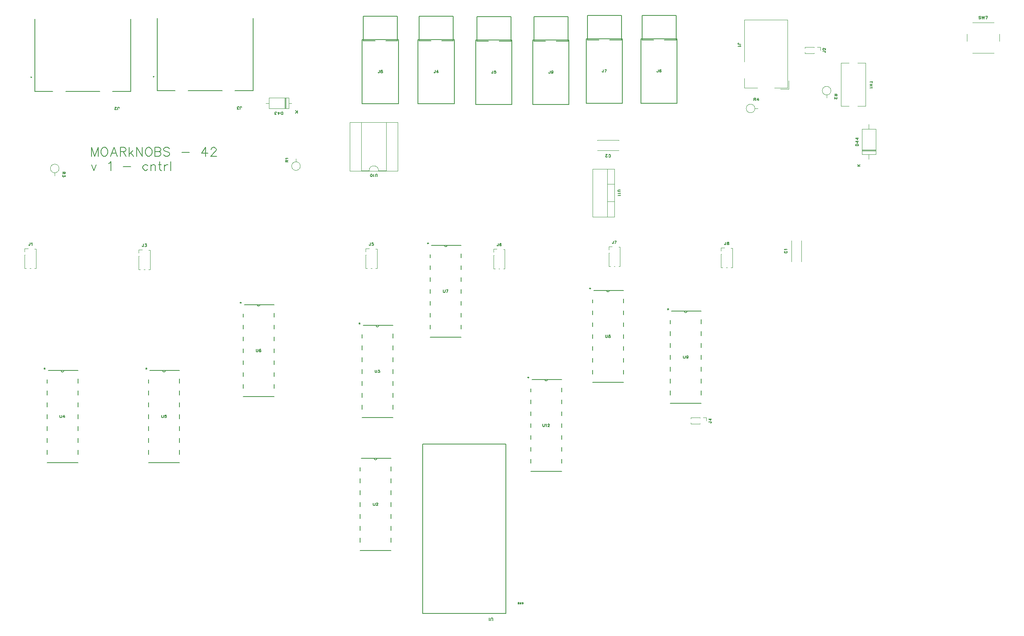
<source format=gto>
G04 Layer: TopSilkscreenLayer*
G04 EasyEDA Pro v2.2.35.2, 2025-01-29 23:55:14*
G04 Gerber Generator version 0.3*
G04 Scale: 100 percent, Rotated: No, Reflected: No*
G04 Dimensions in millimeters*
G04 Leading zeros omitted, absolute positions, 4 integers and 5 decimals*
%FSLAX45Y45*%
%MOMM*%
%ADD10C,0.2032*%
%ADD11C,0.15*%
%ADD12C,0.12*%
%ADD13C,0.1524*%
%ADD14C,0.127*%
%ADD15C,0.2021*%
%ADD16C,0.2*%
G75*


G04 Text Start*
G54D10*
G01X1635760Y-2839720D02*
G01X1635760Y-3026410D01*
G01X1635760Y-2839720D02*
G01X1706880Y-3026410D01*
G01X1778000Y-2839720D02*
G01X1706880Y-3026410D01*
G01X1778000Y-2839720D02*
G01X1778000Y-3026410D01*
G01X1894332Y-2839720D02*
G01X1876552Y-2848610D01*
G01X1858772Y-2866390D01*
G01X1849882Y-2884170D01*
G01X1840992Y-2910840D01*
G01X1840992Y-2955290D01*
G01X1849882Y-2981960D01*
G01X1858772Y-2999740D01*
G01X1876552Y-3017520D01*
G01X1894332Y-3026410D01*
G01X1929892Y-3026410D01*
G01X1947672Y-3017520D01*
G01X1965452Y-2999740D01*
G01X1974342Y-2981960D01*
G01X1983232Y-2955290D01*
G01X1983232Y-2910840D01*
G01X1974342Y-2884170D01*
G01X1965452Y-2866390D01*
G01X1947672Y-2848610D01*
G01X1929892Y-2839720D01*
G01X1894332Y-2839720D01*
G01X2117344Y-2839720D02*
G01X2046224Y-3026410D01*
G01X2117344Y-2839720D02*
G01X2188464Y-3026410D01*
G01X2072894Y-2964180D02*
G01X2161794Y-2964180D01*
G01X2251456Y-2839720D02*
G01X2251456Y-3026410D01*
G01X2251456Y-2839720D02*
G01X2331466Y-2839720D01*
G01X2358136Y-2848610D01*
G01X2367026Y-2857500D01*
G01X2375916Y-2875280D01*
G01X2375916Y-2893060D01*
G01X2367026Y-2910840D01*
G01X2358136Y-2919730D01*
G01X2331466Y-2928620D01*
G01X2251456Y-2928620D01*
G01X2313686Y-2928620D02*
G01X2375916Y-3026410D01*
G01X2438908Y-2839720D02*
G01X2438908Y-3026410D01*
G01X2527808Y-2901950D02*
G01X2438908Y-2990850D01*
G01X2474468Y-2955290D02*
G01X2536698Y-3026410D01*
G01X2599690Y-2839720D02*
G01X2599690Y-3026410D01*
G01X2599690Y-2839720D02*
G01X2724150Y-3026410D01*
G01X2724150Y-2839720D02*
G01X2724150Y-3026410D01*
G01X2840482Y-2839720D02*
G01X2822702Y-2848610D01*
G01X2804922Y-2866390D01*
G01X2796032Y-2884170D01*
G01X2787142Y-2910840D01*
G01X2787142Y-2955290D01*
G01X2796032Y-2981960D01*
G01X2804922Y-2999740D01*
G01X2822702Y-3017520D01*
G01X2840482Y-3026410D01*
G01X2876042Y-3026410D01*
G01X2893822Y-3017520D01*
G01X2911602Y-2999740D01*
G01X2920492Y-2981960D01*
G01X2929382Y-2955290D01*
G01X2929382Y-2910840D01*
G01X2920492Y-2884170D01*
G01X2911602Y-2866390D01*
G01X2893822Y-2848610D01*
G01X2876042Y-2839720D01*
G01X2840482Y-2839720D01*
G01X2992374Y-2839720D02*
G01X2992374Y-3026410D01*
G01X2992374Y-2839720D02*
G01X3072384Y-2839720D01*
G01X3099054Y-2848610D01*
G01X3107944Y-2857500D01*
G01X3116834Y-2875280D01*
G01X3116834Y-2893060D01*
G01X3107944Y-2910840D01*
G01X3099054Y-2919730D01*
G01X3072384Y-2928620D01*
G01X2992374Y-2928620D02*
G01X3072384Y-2928620D01*
G01X3099054Y-2937510D01*
G01X3107944Y-2946400D01*
G01X3116834Y-2964180D01*
G01X3116834Y-2990850D01*
G01X3107944Y-3008630D01*
G01X3099054Y-3017520D01*
G01X3072384Y-3026410D01*
G01X2992374Y-3026410D01*
G01X3304286Y-2866390D02*
G01X3286506Y-2848610D01*
G01X3259836Y-2839720D01*
G01X3224276Y-2839720D01*
G01X3197606Y-2848610D01*
G01X3179826Y-2866390D01*
G01X3179826Y-2884170D01*
G01X3188716Y-2901950D01*
G01X3197606Y-2910840D01*
G01X3215386Y-2919730D01*
G01X3268726Y-2937510D01*
G01X3286506Y-2946400D01*
G01X3295396Y-2955290D01*
G01X3304286Y-2973070D01*
G01X3304286Y-2999740D01*
G01X3286506Y-3017520D01*
G01X3259836Y-3026410D01*
G01X3224276Y-3026410D01*
G01X3197606Y-3017520D01*
G01X3179826Y-2999740D01*
G01X3566414Y-2946400D02*
G01X3726434Y-2946400D01*
G01X4077462Y-2839720D02*
G01X3988562Y-2964180D01*
G01X4121912Y-2964180D01*
G01X4077462Y-2839720D02*
G01X4077462Y-3026410D01*
G01X4193794Y-2884170D02*
G01X4193794Y-2875280D01*
G01X4202684Y-2857500D01*
G01X4211574Y-2848610D01*
G01X4229354Y-2839720D01*
G01X4264914Y-2839720D01*
G01X4282694Y-2848610D01*
G01X4291584Y-2857500D01*
G01X4300474Y-2875280D01*
G01X4300474Y-2893060D01*
G01X4291584Y-2910840D01*
G01X4273804Y-2937510D01*
G01X4184904Y-3026410D01*
G01X4309364Y-3026410D01*
G01X1635760Y-3206750D02*
G01X1689100Y-3331210D01*
G01X1742440Y-3206750D02*
G01X1689100Y-3331210D01*
G01X2004568Y-3180080D02*
G01X2022348Y-3171190D01*
G01X2049018Y-3144520D01*
G01X2049018Y-3331210D01*
G01X2311146Y-3251200D02*
G01X2471166Y-3251200D01*
G01X2839974Y-3233420D02*
G01X2822194Y-3215640D01*
G01X2804414Y-3206750D01*
G01X2777744Y-3206750D01*
G01X2759964Y-3215640D01*
G01X2742184Y-3233420D01*
G01X2733294Y-3260090D01*
G01X2733294Y-3277870D01*
G01X2742184Y-3304540D01*
G01X2759964Y-3322320D01*
G01X2777744Y-3331210D01*
G01X2804414Y-3331210D01*
G01X2822194Y-3322320D01*
G01X2839974Y-3304540D01*
G01X2902966Y-3206750D02*
G01X2902966Y-3331210D01*
G01X2902966Y-3242310D02*
G01X2929636Y-3215640D01*
G01X2947416Y-3206750D01*
G01X2974086Y-3206750D01*
G01X2991866Y-3215640D01*
G01X3000756Y-3242310D01*
G01X3000756Y-3331210D01*
G01X3090418Y-3144520D02*
G01X3090418Y-3295650D01*
G01X3099308Y-3322320D01*
G01X3117088Y-3331210D01*
G01X3134868Y-3331210D01*
G01X3063748Y-3206750D02*
G01X3125978Y-3206750D01*
G01X3197860Y-3206750D02*
G01X3197860Y-3331210D01*
G01X3197860Y-3260090D02*
G01X3206750Y-3233420D01*
G01X3224530Y-3215640D01*
G01X3242310Y-3206750D01*
G01X3268980Y-3206750D01*
G01X3331972Y-3144520D02*
G01X3331972Y-3331210D01*
G54D11*
G01X20641504Y-42786D02*
G01X20636170Y-37452D01*
G01X20628296Y-34912D01*
G01X20617628Y-34912D01*
G01X20609500Y-37452D01*
G01X20604420Y-42786D01*
G01X20604420Y-48120D01*
G01X20606960Y-53454D01*
G01X20609500Y-55994D01*
G01X20614834Y-58788D01*
G01X20630836Y-64122D01*
G01X20636170Y-66662D01*
G01X20638710Y-69456D01*
G01X20641504Y-74790D01*
G01X20641504Y-82664D01*
G01X20636170Y-87998D01*
G01X20628296Y-90538D01*
G01X20617628Y-90538D01*
G01X20609500Y-87998D01*
G01X20604420Y-82664D01*
G01X20669190Y-34912D02*
G01X20682652Y-90538D01*
G01X20695860Y-34912D02*
G01X20682652Y-90538D01*
G01X20695860Y-34912D02*
G01X20709068Y-90538D01*
G01X20722276Y-34912D02*
G01X20709068Y-90538D01*
G01X20787300Y-34912D02*
G01X20760630Y-90538D01*
G01X20749962Y-34912D02*
G01X20787300Y-34912D01*
G01X10216956Y-1200112D02*
G01X10216956Y-1242530D01*
G01X10214416Y-1250404D01*
G01X10211622Y-1253198D01*
G01X10206288Y-1255738D01*
G01X10200954Y-1255738D01*
G01X10195620Y-1253198D01*
G01X10193080Y-1250404D01*
G01X10190540Y-1242530D01*
G01X10190540Y-1237196D01*
G01X10276646Y-1200112D02*
G01X10249976Y-1200112D01*
G01X10247436Y-1223988D01*
G01X10249976Y-1221194D01*
G01X10258104Y-1218654D01*
G01X10265978Y-1218654D01*
G01X10273852Y-1221194D01*
G01X10279186Y-1226528D01*
G01X10281980Y-1234656D01*
G01X10281980Y-1239990D01*
G01X10279186Y-1247864D01*
G01X10273852Y-1253198D01*
G01X10265978Y-1255738D01*
G01X10258104Y-1255738D01*
G01X10249976Y-1253198D01*
G01X10247436Y-1250404D01*
G01X10244642Y-1245070D01*
G01X7657906Y-10445712D02*
G01X7657906Y-10485590D01*
G01X7660446Y-10493464D01*
G01X7665780Y-10498798D01*
G01X7673654Y-10501338D01*
G01X7678988Y-10501338D01*
G01X7687116Y-10498798D01*
G01X7692196Y-10493464D01*
G01X7694990Y-10485590D01*
G01X7694990Y-10445712D01*
G01X7725470Y-10458920D02*
G01X7725470Y-10456126D01*
G01X7728010Y-10451046D01*
G01X7730804Y-10448252D01*
G01X7736138Y-10445712D01*
G01X7746552Y-10445712D01*
G01X7751886Y-10448252D01*
G01X7754680Y-10451046D01*
G01X7757220Y-10456126D01*
G01X7757220Y-10461460D01*
G01X7754680Y-10466794D01*
G01X7749346Y-10474922D01*
G01X7722676Y-10501338D01*
G01X7760014Y-10501338D01*
G01X18326488Y-1439574D02*
G01X18270862Y-1439574D01*
G01X18326488Y-1421032D02*
G01X18326488Y-1458116D01*
G01X18326488Y-1485802D02*
G01X18270862Y-1485802D01*
G01X18326488Y-1523140D02*
G01X18270862Y-1523140D01*
G01X18300072Y-1485802D02*
G01X18300072Y-1523140D01*
G01X18316074Y-1550826D02*
G01X18318614Y-1556160D01*
G01X18326488Y-1564288D01*
G01X18270862Y-1564288D01*
G01X12691240Y-3032580D02*
G01X12693780Y-3037914D01*
G01X12699114Y-3043248D01*
G01X12704448Y-3045788D01*
G01X12715116Y-3045788D01*
G01X12720450Y-3043248D01*
G01X12725784Y-3037914D01*
G01X12728324Y-3032580D01*
G01X12730864Y-3024706D01*
G01X12730864Y-3011244D01*
G01X12728324Y-3003370D01*
G01X12725784Y-2998036D01*
G01X12720450Y-2992702D01*
G01X12715116Y-2990162D01*
G01X12704448Y-2990162D01*
G01X12699114Y-2992702D01*
G01X12693780Y-2998036D01*
G01X12691240Y-3003370D01*
G01X12660760Y-3032580D02*
G01X12660760Y-3035374D01*
G01X12658220Y-3040454D01*
G01X12655426Y-3043248D01*
G01X12650092Y-3045788D01*
G01X12639678Y-3045788D01*
G01X12634344Y-3043248D01*
G01X12631550Y-3040454D01*
G01X12629010Y-3035374D01*
G01X12629010Y-3030040D01*
G01X12631550Y-3024706D01*
G01X12636884Y-3016578D01*
G01X12663554Y-2990162D01*
G01X12626216Y-2990162D01*
G01X16461920Y-5059302D02*
G01X16456586Y-5061842D01*
G01X16451252Y-5067176D01*
G01X16448712Y-5072510D01*
G01X16448712Y-5083178D01*
G01X16451252Y-5088512D01*
G01X16456586Y-5093846D01*
G01X16461920Y-5096386D01*
G01X16469794Y-5098926D01*
G01X16483256Y-5098926D01*
G01X16491130Y-5096386D01*
G01X16496464Y-5093846D01*
G01X16501798Y-5088512D01*
G01X16504338Y-5083178D01*
G01X16504338Y-5072510D01*
G01X16501798Y-5067176D01*
G01X16496464Y-5061842D01*
G01X16491130Y-5059302D01*
G01X16459126Y-5031616D02*
G01X16456586Y-5026282D01*
G01X16448712Y-5018154D01*
G01X16504338Y-5018154D01*
G01X5783312Y-3150556D02*
G01X5838938Y-3150556D01*
G01X5783312Y-3150556D02*
G01X5783312Y-3126680D01*
G01X5785852Y-3118806D01*
G01X5788646Y-3116266D01*
G01X5793726Y-3113472D01*
G01X5799060Y-3113472D01*
G01X5804394Y-3116266D01*
G01X5807188Y-3118806D01*
G01X5809728Y-3126680D01*
G01X5809728Y-3150556D01*
G01X5809728Y-3132014D02*
G01X5838938Y-3113472D01*
G01X5793726Y-3085786D02*
G01X5791186Y-3080452D01*
G01X5783312Y-3072324D01*
G01X5838938Y-3072324D01*
G01X17971112Y-2803846D02*
G01X18026738Y-2803846D01*
G01X17971112Y-2803846D02*
G01X17971112Y-2785304D01*
G01X17973652Y-2777430D01*
G01X17978986Y-2772096D01*
G01X17984320Y-2769556D01*
G01X17992194Y-2766762D01*
G01X18005656Y-2766762D01*
G01X18013530Y-2769556D01*
G01X18018864Y-2772096D01*
G01X18024198Y-2777430D01*
G01X18026738Y-2785304D01*
G01X18026738Y-2803846D01*
G01X17971112Y-2712406D02*
G01X18008196Y-2739076D01*
G01X18008196Y-2699198D01*
G01X17971112Y-2712406D02*
G01X18026738Y-2712406D01*
G01X17971112Y-2644842D02*
G01X18008196Y-2671512D01*
G01X18008196Y-2631634D01*
G01X17971112Y-2644842D02*
G01X18026738Y-2644842D01*
G01X18008112Y-3244282D02*
G01X18063738Y-3244282D01*
G01X18008112Y-3207198D02*
G01X18045196Y-3244282D01*
G01X18031988Y-3231074D02*
G01X18063738Y-3207198D01*
G01X5723576Y-2136088D02*
G01X5723576Y-2080462D01*
G01X5723576Y-2136088D02*
G01X5705034Y-2136088D01*
G01X5697160Y-2133548D01*
G01X5691826Y-2128214D01*
G01X5689286Y-2122880D01*
G01X5686492Y-2115006D01*
G01X5686492Y-2101544D01*
G01X5689286Y-2093670D01*
G01X5691826Y-2088336D01*
G01X5697160Y-2083002D01*
G01X5705034Y-2080462D01*
G01X5723576Y-2080462D01*
G01X5632136Y-2136088D02*
G01X5658806Y-2099004D01*
G01X5618928Y-2099004D01*
G01X5632136Y-2136088D02*
G01X5632136Y-2080462D01*
G01X5585908Y-2136088D02*
G01X5556698Y-2136088D01*
G01X5572700Y-2115006D01*
G01X5564572Y-2115006D01*
G01X5559238Y-2112212D01*
G01X5556698Y-2109672D01*
G01X5553904Y-2101544D01*
G01X5553904Y-2096210D01*
G01X5556698Y-2088336D01*
G01X5562032Y-2083002D01*
G01X5569906Y-2080462D01*
G01X5577780Y-2080462D01*
G01X5585908Y-2083002D01*
G01X5588448Y-2085796D01*
G01X5591242Y-2091130D01*
G01X6038282Y-2104088D02*
G01X6038282Y-2048462D01*
G01X6001198Y-2104088D02*
G01X6038282Y-2067004D01*
G01X6025074Y-2080212D02*
G01X6001198Y-2048462D01*
G01X15509588Y-633594D02*
G01X15467170Y-633594D01*
G01X15459296Y-631054D01*
G01X15456502Y-628260D01*
G01X15453962Y-622926D01*
G01X15453962Y-617592D01*
G01X15456502Y-612258D01*
G01X15459296Y-609718D01*
G01X15467170Y-607178D01*
G01X15472504Y-607178D01*
G01X15499174Y-661280D02*
G01X15501714Y-666614D01*
G01X15509588Y-674742D01*
G01X15453962Y-674742D01*
G01X10211756Y-12960388D02*
G01X10211756Y-12920510D01*
G01X10209216Y-12912636D01*
G01X10203882Y-12907302D01*
G01X10196008Y-12904762D01*
G01X10190674Y-12904762D01*
G01X10182546Y-12907302D01*
G01X10177466Y-12912636D01*
G01X10174672Y-12920510D01*
G01X10174672Y-12960388D01*
G01X10146986Y-12949974D02*
G01X10141652Y-12952514D01*
G01X10133524Y-12960388D01*
G01X10133524Y-12904762D01*
G01X10839898Y-12596372D02*
G01X10841422Y-12599420D01*
G01X10844470Y-12602468D01*
G01X10847518Y-12603992D01*
G01X10853614Y-12603992D01*
G01X10856662Y-12602468D01*
G01X10859710Y-12599420D01*
G01X10861234Y-12596372D01*
G01X10862758Y-12591800D01*
G01X10862758Y-12584180D01*
G01X10861234Y-12579608D01*
G01X10859710Y-12576560D01*
G01X10856662Y-12573512D01*
G01X10853614Y-12571988D01*
G01X10847518Y-12571988D01*
G01X10844470Y-12573512D01*
G01X10841422Y-12576560D01*
G01X10839898Y-12579608D01*
G01X10839898Y-12584180D01*
G01X10847518Y-12584180D02*
G01X10839898Y-12584180D01*
G01X10817546Y-12603992D02*
G01X10817546Y-12571988D01*
G01X10817546Y-12603992D02*
G01X10796210Y-12571988D01*
G01X10796210Y-12603992D02*
G01X10796210Y-12571988D01*
G01X10773858Y-12603992D02*
G01X10773858Y-12571988D01*
G01X10773858Y-12603992D02*
G01X10763190Y-12603992D01*
G01X10758618Y-12602468D01*
G01X10755570Y-12599420D01*
G01X10754046Y-12596372D01*
G01X10752522Y-12591800D01*
G01X10752522Y-12584180D01*
G01X10754046Y-12579608D01*
G01X10755570Y-12576560D01*
G01X10758618Y-12573512D01*
G01X10763190Y-12571988D01*
G01X10773858Y-12571988D01*
G01X11282232Y-8756612D02*
G01X11282232Y-8796490D01*
G01X11284772Y-8804364D01*
G01X11290106Y-8809698D01*
G01X11297980Y-8812238D01*
G01X11303314Y-8812238D01*
G01X11311442Y-8809698D01*
G01X11316522Y-8804364D01*
G01X11319316Y-8796490D01*
G01X11319316Y-8756612D01*
G01X11347002Y-8767026D02*
G01X11352336Y-8764486D01*
G01X11360464Y-8756612D01*
G01X11360464Y-8812238D01*
G01X11390944Y-8769820D02*
G01X11390944Y-8767026D01*
G01X11393484Y-8761946D01*
G01X11396278Y-8759152D01*
G01X11401612Y-8756612D01*
G01X11412026Y-8756612D01*
G01X11417360Y-8759152D01*
G01X11420154Y-8761946D01*
G01X11422694Y-8767026D01*
G01X11422694Y-8772360D01*
G01X11420154Y-8777694D01*
G01X11414820Y-8785822D01*
G01X11388150Y-8812238D01*
G01X11425488Y-8812238D01*
G01X10972860Y-7742390D02*
G01X10972860Y-7774394D01*
G01X10959652Y-7750518D02*
G01X10986068Y-7766520D01*
G01X10986068Y-7750518D02*
G01X10959652Y-7766520D01*
G01X10972860Y-7742390D02*
G01X10972860Y-7774394D01*
G01X10959652Y-7750518D02*
G01X10986068Y-7766520D01*
G01X10986068Y-7750518D02*
G01X10959652Y-7766520D01*
G01X4815744Y-2021188D02*
G01X4815744Y-1978770D01*
G01X4818284Y-1970896D01*
G01X4821078Y-1968102D01*
G01X4826412Y-1965562D01*
G01X4831746Y-1965562D01*
G01X4837080Y-1968102D01*
G01X4839620Y-1970896D01*
G01X4842160Y-1978770D01*
G01X4842160Y-1984104D01*
G01X4782724Y-2021188D02*
G01X4753514Y-2021188D01*
G01X4769516Y-2000106D01*
G01X4761388Y-2000106D01*
G01X4756054Y-1997312D01*
G01X4753514Y-1994772D01*
G01X4750720Y-1986644D01*
G01X4750720Y-1981310D01*
G01X4753514Y-1973436D01*
G01X4758848Y-1968102D01*
G01X4766722Y-1965562D01*
G01X4774596Y-1965562D01*
G01X4782724Y-1968102D01*
G01X4785264Y-1970896D01*
G01X4788058Y-1976230D01*
G01X5157403Y-7156412D02*
G01X5157403Y-7196290D01*
G01X5159943Y-7204164D01*
G01X5165277Y-7209498D01*
G01X5173151Y-7212038D01*
G01X5178485Y-7212038D01*
G01X5186613Y-7209498D01*
G01X5191693Y-7204164D01*
G01X5194487Y-7196290D01*
G01X5194487Y-7156412D01*
G01X5254177Y-7164286D02*
G01X5251383Y-7158952D01*
G01X5243509Y-7156412D01*
G01X5238175Y-7156412D01*
G01X5230301Y-7158952D01*
G01X5224967Y-7166826D01*
G01X5222173Y-7180288D01*
G01X5222173Y-7193496D01*
G01X5224967Y-7204164D01*
G01X5230301Y-7209498D01*
G01X5238175Y-7212038D01*
G01X5240715Y-7212038D01*
G01X5248843Y-7209498D01*
G01X5254177Y-7204164D01*
G01X5256717Y-7196290D01*
G01X5256717Y-7193496D01*
G01X5254177Y-7185622D01*
G01X5248843Y-7180288D01*
G01X5240715Y-7177494D01*
G01X5238175Y-7177494D01*
G01X5230301Y-7180288D01*
G01X5224967Y-7185622D01*
G01X5222173Y-7193496D01*
G01X4826060Y-6142190D02*
G01X4826060Y-6174194D01*
G01X4812852Y-6150318D02*
G01X4839268Y-6166320D01*
G01X4839268Y-6150318D02*
G01X4812852Y-6166320D01*
G01X4826060Y-6142190D02*
G01X4826060Y-6174194D01*
G01X4812852Y-6150318D02*
G01X4839268Y-6166320D01*
G01X4839268Y-6150318D02*
G01X4812852Y-6166320D01*
G01X7696006Y-7600912D02*
G01X7696006Y-7640790D01*
G01X7698546Y-7648664D01*
G01X7703880Y-7653998D01*
G01X7711754Y-7656538D01*
G01X7717088Y-7656538D01*
G01X7725216Y-7653998D01*
G01X7730296Y-7648664D01*
G01X7733090Y-7640790D01*
G01X7733090Y-7600912D01*
G01X7766110Y-7600912D02*
G01X7795320Y-7600912D01*
G01X7779318Y-7621994D01*
G01X7787446Y-7621994D01*
G01X7792780Y-7624788D01*
G01X7795320Y-7627328D01*
G01X7798114Y-7635456D01*
G01X7798114Y-7640790D01*
G01X7795320Y-7648664D01*
G01X7789986Y-7653998D01*
G01X7782112Y-7656538D01*
G01X7774238Y-7656538D01*
G01X7766110Y-7653998D01*
G01X7763570Y-7651204D01*
G01X7760776Y-7645870D01*
G01X7366060Y-6586690D02*
G01X7366060Y-6618694D01*
G01X7352852Y-6594818D02*
G01X7379268Y-6610820D01*
G01X7379268Y-6594818D02*
G01X7352852Y-6610820D01*
G01X7366060Y-6586690D02*
G01X7366060Y-6618694D01*
G01X7352852Y-6594818D02*
G01X7379268Y-6610820D01*
G01X7379268Y-6594818D02*
G01X7352852Y-6610820D01*
G01X12579156Y-1174712D02*
G01X12579156Y-1217130D01*
G01X12576616Y-1225004D01*
G01X12573822Y-1227798D01*
G01X12568488Y-1230338D01*
G01X12563154Y-1230338D01*
G01X12557820Y-1227798D01*
G01X12555280Y-1225004D01*
G01X12552740Y-1217130D01*
G01X12552740Y-1211796D01*
G01X12644180Y-1174712D02*
G01X12617510Y-1230338D01*
G01X12606842Y-1174712D02*
G01X12644180Y-1174712D01*
G01X3136706Y-8566112D02*
G01X3136706Y-8605990D01*
G01X3139246Y-8613864D01*
G01X3144580Y-8619198D01*
G01X3152454Y-8621738D01*
G01X3157788Y-8621738D01*
G01X3165916Y-8619198D01*
G01X3170996Y-8613864D01*
G01X3173790Y-8605990D01*
G01X3173790Y-8566112D01*
G01X3233480Y-8566112D02*
G01X3206810Y-8566112D01*
G01X3204270Y-8589988D01*
G01X3206810Y-8587194D01*
G01X3214938Y-8584654D01*
G01X3222812Y-8584654D01*
G01X3230686Y-8587194D01*
G01X3236020Y-8592528D01*
G01X3238814Y-8600656D01*
G01X3238814Y-8605990D01*
G01X3236020Y-8613864D01*
G01X3230686Y-8619198D01*
G01X3222812Y-8621738D01*
G01X3214938Y-8621738D01*
G01X3206810Y-8619198D01*
G01X3204270Y-8616404D01*
G01X3201476Y-8611070D01*
G01X2806760Y-7551890D02*
G01X2806760Y-7583894D01*
G01X2793552Y-7560018D02*
G01X2819968Y-7576020D01*
G01X2819968Y-7560018D02*
G01X2793552Y-7576020D01*
G01X2806760Y-7551890D02*
G01X2806760Y-7583894D01*
G01X2793552Y-7560018D02*
G01X2819968Y-7576020D01*
G01X2819968Y-7560018D02*
G01X2793552Y-7576020D01*
G01X13748953Y-1174712D02*
G01X13748953Y-1217130D01*
G01X13746413Y-1225004D01*
G01X13743619Y-1227798D01*
G01X13738285Y-1230338D01*
G01X13732951Y-1230338D01*
G01X13727617Y-1227798D01*
G01X13725077Y-1225004D01*
G01X13722537Y-1217130D01*
G01X13722537Y-1211796D01*
G01X13808643Y-1182586D02*
G01X13805849Y-1177252D01*
G01X13797975Y-1174712D01*
G01X13792641Y-1174712D01*
G01X13784767Y-1177252D01*
G01X13779433Y-1185126D01*
G01X13776639Y-1198588D01*
G01X13776639Y-1211796D01*
G01X13779433Y-1222464D01*
G01X13784767Y-1227798D01*
G01X13792641Y-1230338D01*
G01X13795181Y-1230338D01*
G01X13803309Y-1227798D01*
G01X13808643Y-1222464D01*
G01X13811183Y-1214590D01*
G01X13811183Y-1211796D01*
G01X13808643Y-1203922D01*
G01X13803309Y-1198588D01*
G01X13795181Y-1195794D01*
G01X13792641Y-1195794D01*
G01X13784767Y-1198588D01*
G01X13779433Y-1203922D01*
G01X13776639Y-1211796D01*
G01X17571988Y-1701606D02*
G01X17516362Y-1701606D01*
G01X17571988Y-1701606D02*
G01X17571988Y-1725482D01*
G01X17569448Y-1733356D01*
G01X17566654Y-1735896D01*
G01X17561574Y-1738690D01*
G01X17556240Y-1738690D01*
G01X17550906Y-1735896D01*
G01X17548112Y-1733356D01*
G01X17545572Y-1725482D01*
G01X17545572Y-1701606D01*
G01X17545572Y-1720148D02*
G01X17516362Y-1738690D01*
G01X17558780Y-1769170D02*
G01X17561574Y-1769170D01*
G01X17566654Y-1771710D01*
G01X17569448Y-1774504D01*
G01X17571988Y-1779838D01*
G01X17571988Y-1790252D01*
G01X17569448Y-1795586D01*
G01X17566654Y-1798380D01*
G01X17561574Y-1800920D01*
G01X17556240Y-1800920D01*
G01X17550906Y-1798380D01*
G01X17542778Y-1793046D01*
G01X17516362Y-1766376D01*
G01X17516362Y-1803714D01*
G01X14288703Y-7296112D02*
G01X14288703Y-7335990D01*
G01X14291243Y-7343864D01*
G01X14296577Y-7349198D01*
G01X14304451Y-7351738D01*
G01X14309785Y-7351738D01*
G01X14317913Y-7349198D01*
G01X14322993Y-7343864D01*
G01X14325787Y-7335990D01*
G01X14325787Y-7296112D01*
G01X14388017Y-7314654D02*
G01X14385477Y-7322528D01*
G01X14380143Y-7327862D01*
G01X14372015Y-7330656D01*
G01X14369475Y-7330656D01*
G01X14361601Y-7327862D01*
G01X14356267Y-7322528D01*
G01X14353473Y-7314654D01*
G01X14353473Y-7311860D01*
G01X14356267Y-7303986D01*
G01X14361601Y-7298652D01*
G01X14369475Y-7296112D01*
G01X14372015Y-7296112D01*
G01X14380143Y-7298652D01*
G01X14385477Y-7303986D01*
G01X14388017Y-7314654D01*
G01X14388017Y-7327862D01*
G01X14385477Y-7341070D01*
G01X14380143Y-7349198D01*
G01X14372015Y-7351738D01*
G01X14366935Y-7351738D01*
G01X14358807Y-7349198D01*
G01X14356267Y-7343864D01*
G01X13957360Y-6281890D02*
G01X13957360Y-6313894D01*
G01X13944152Y-6290018D02*
G01X13970568Y-6306020D01*
G01X13970568Y-6290018D02*
G01X13944152Y-6306020D01*
G01X13957360Y-6281890D02*
G01X13957360Y-6313894D01*
G01X13944152Y-6290018D02*
G01X13970568Y-6306020D01*
G01X13970568Y-6290018D02*
G01X13944152Y-6306020D01*
G01X7742368Y-3465188D02*
G01X7742368Y-3425310D01*
G01X7739828Y-3417436D01*
G01X7734494Y-3412102D01*
G01X7726620Y-3409562D01*
G01X7721286Y-3409562D01*
G01X7713158Y-3412102D01*
G01X7708078Y-3417436D01*
G01X7705284Y-3425310D01*
G01X7705284Y-3465188D01*
G01X7677598Y-3454774D02*
G01X7672264Y-3457314D01*
G01X7664136Y-3465188D01*
G01X7664136Y-3409562D01*
G01X7620448Y-3465188D02*
G01X7628322Y-3462648D01*
G01X7633656Y-3454774D01*
G01X7636450Y-3441312D01*
G01X7636450Y-3433438D01*
G01X7633656Y-3420230D01*
G01X7628322Y-3412102D01*
G01X7620448Y-3409562D01*
G01X7615114Y-3409562D01*
G01X7607240Y-3412102D01*
G01X7601906Y-3420230D01*
G01X7599112Y-3433438D01*
G01X7599112Y-3441312D01*
G01X7601906Y-3454774D01*
G01X7607240Y-3462648D01*
G01X7615114Y-3465188D01*
G01X7620448Y-3465188D01*
G01X12623606Y-6851612D02*
G01X12623606Y-6891490D01*
G01X12626146Y-6899364D01*
G01X12631480Y-6904698D01*
G01X12639354Y-6907238D01*
G01X12644688Y-6907238D01*
G01X12652816Y-6904698D01*
G01X12657896Y-6899364D01*
G01X12660690Y-6891490D01*
G01X12660690Y-6851612D01*
G01X12701838Y-6851612D02*
G01X12693710Y-6854152D01*
G01X12691170Y-6859486D01*
G01X12691170Y-6864820D01*
G01X12693710Y-6870154D01*
G01X12699044Y-6872694D01*
G01X12709712Y-6875488D01*
G01X12717586Y-6878028D01*
G01X12722920Y-6883362D01*
G01X12725714Y-6888696D01*
G01X12725714Y-6896570D01*
G01X12722920Y-6901904D01*
G01X12720380Y-6904698D01*
G01X12712252Y-6907238D01*
G01X12701838Y-6907238D01*
G01X12693710Y-6904698D01*
G01X12691170Y-6901904D01*
G01X12688376Y-6896570D01*
G01X12688376Y-6888696D01*
G01X12691170Y-6883362D01*
G01X12696504Y-6878028D01*
G01X12704378Y-6875488D01*
G01X12715046Y-6872694D01*
G01X12720380Y-6870154D01*
G01X12722920Y-6864820D01*
G01X12722920Y-6859486D01*
G01X12720380Y-6854152D01*
G01X12712252Y-6851612D01*
G01X12701838Y-6851612D01*
G01X12293660Y-5837390D02*
G01X12293660Y-5869394D01*
G01X12280452Y-5845518D02*
G01X12306868Y-5861520D01*
G01X12306868Y-5845518D02*
G01X12280452Y-5861520D01*
G01X12293660Y-5837390D02*
G01X12293660Y-5869394D01*
G01X12280452Y-5845518D02*
G01X12306868Y-5861520D01*
G01X12306868Y-5845518D02*
G01X12280452Y-5861520D01*
G01X963736Y-8566112D02*
G01X963736Y-8605990D01*
G01X966276Y-8613864D01*
G01X971610Y-8619198D01*
G01X979484Y-8621738D01*
G01X984818Y-8621738D01*
G01X992946Y-8619198D01*
G01X998026Y-8613864D01*
G01X1000820Y-8605990D01*
G01X1000820Y-8566112D01*
G01X1055176Y-8566112D02*
G01X1028506Y-8603196D01*
G01X1068384Y-8603196D01*
G01X1055176Y-8566112D02*
G01X1055176Y-8621738D01*
G01X635060Y-7551890D02*
G01X635060Y-7583894D01*
G01X621852Y-7560018D02*
G01X648268Y-7576020D01*
G01X648268Y-7560018D02*
G01X621852Y-7576020D01*
G01X635060Y-7551890D02*
G01X635060Y-7583894D01*
G01X621852Y-7560018D02*
G01X648268Y-7576020D01*
G01X648268Y-7560018D02*
G01X621852Y-7576020D01*
G01X11437553Y-1200112D02*
G01X11437553Y-1242530D01*
G01X11435013Y-1250404D01*
G01X11432219Y-1253198D01*
G01X11426885Y-1255738D01*
G01X11421551Y-1255738D01*
G01X11416217Y-1253198D01*
G01X11413677Y-1250404D01*
G01X11411137Y-1242530D01*
G01X11411137Y-1237196D01*
G01X11499783Y-1218654D02*
G01X11497243Y-1226528D01*
G01X11491909Y-1231862D01*
G01X11483781Y-1234656D01*
G01X11481241Y-1234656D01*
G01X11473367Y-1231862D01*
G01X11468033Y-1226528D01*
G01X11465239Y-1218654D01*
G01X11465239Y-1215860D01*
G01X11468033Y-1207986D01*
G01X11473367Y-1202652D01*
G01X11481241Y-1200112D01*
G01X11483781Y-1200112D01*
G01X11491909Y-1202652D01*
G01X11497243Y-1207986D01*
G01X11499783Y-1218654D01*
G01X11499783Y-1231862D01*
G01X11497243Y-1245070D01*
G01X11491909Y-1253198D01*
G01X11483781Y-1255738D01*
G01X11478701Y-1255738D01*
G01X11470573Y-1253198D01*
G01X11468033Y-1247864D01*
G01X9156506Y-5886412D02*
G01X9156506Y-5926290D01*
G01X9159046Y-5934164D01*
G01X9164380Y-5939498D01*
G01X9172254Y-5942038D01*
G01X9177588Y-5942038D01*
G01X9185716Y-5939498D01*
G01X9190796Y-5934164D01*
G01X9193590Y-5926290D01*
G01X9193590Y-5886412D01*
G01X9258614Y-5886412D02*
G01X9231944Y-5942038D01*
G01X9221276Y-5886412D02*
G01X9258614Y-5886412D01*
G01X8826560Y-4872190D02*
G01X8826560Y-4904194D01*
G01X8813352Y-4880318D02*
G01X8839768Y-4896320D01*
G01X8839768Y-4880318D02*
G01X8813352Y-4896320D01*
G01X8826560Y-4872190D02*
G01X8826560Y-4904194D01*
G01X8813352Y-4880318D02*
G01X8839768Y-4896320D01*
G01X8839768Y-4880318D02*
G01X8813352Y-4896320D01*
G01X2199544Y-2033888D02*
G01X2199544Y-1991470D01*
G01X2202084Y-1983596D01*
G01X2204878Y-1980802D01*
G01X2210212Y-1978262D01*
G01X2215546Y-1978262D01*
G01X2220880Y-1980802D01*
G01X2223420Y-1983596D01*
G01X2225960Y-1991470D01*
G01X2225960Y-1996804D01*
G01X2169064Y-2020680D02*
G01X2169064Y-2023474D01*
G01X2166524Y-2028554D01*
G01X2163730Y-2031348D01*
G01X2158396Y-2033888D01*
G01X2147982Y-2033888D01*
G01X2142648Y-2031348D01*
G01X2139854Y-2028554D01*
G01X2137314Y-2023474D01*
G01X2137314Y-2018140D01*
G01X2139854Y-2012806D01*
G01X2145188Y-2004678D01*
G01X2171858Y-1978262D01*
G01X2134520Y-1978262D01*
G01X1074688Y-3365306D02*
G01X1019062Y-3365306D01*
G01X1074688Y-3365306D02*
G01X1074688Y-3389182D01*
G01X1072148Y-3397056D01*
G01X1069354Y-3399596D01*
G01X1064274Y-3402390D01*
G01X1058940Y-3402390D01*
G01X1053606Y-3399596D01*
G01X1050812Y-3397056D01*
G01X1048272Y-3389182D01*
G01X1048272Y-3365306D01*
G01X1048272Y-3383848D02*
G01X1019062Y-3402390D01*
G01X1074688Y-3435410D02*
G01X1074688Y-3464620D01*
G01X1053606Y-3448618D01*
G01X1053606Y-3456746D01*
G01X1050812Y-3462080D01*
G01X1048272Y-3464620D01*
G01X1040144Y-3467414D01*
G01X1034810Y-3467414D01*
G01X1026936Y-3464620D01*
G01X1021602Y-3459286D01*
G01X1019062Y-3451412D01*
G01X1019062Y-3443538D01*
G01X1021602Y-3435410D01*
G01X1024396Y-3432870D01*
G01X1029730Y-3430076D01*
G01X8983786Y-1187412D02*
G01X8983786Y-1229830D01*
G01X8981246Y-1237704D01*
G01X8978452Y-1240498D01*
G01X8973118Y-1243038D01*
G01X8967784Y-1243038D01*
G01X8962450Y-1240498D01*
G01X8959910Y-1237704D01*
G01X8957370Y-1229830D01*
G01X8957370Y-1224496D01*
G01X9038142Y-1187412D02*
G01X9011472Y-1224496D01*
G01X9051350Y-1224496D01*
G01X9038142Y-1187412D02*
G01X9038142Y-1243038D01*
G01X12942888Y-3750370D02*
G01X12903010Y-3750370D01*
G01X12895136Y-3752910D01*
G01X12889802Y-3758244D01*
G01X12887262Y-3766118D01*
G01X12887262Y-3771452D01*
G01X12889802Y-3779580D01*
G01X12895136Y-3784660D01*
G01X12903010Y-3787454D01*
G01X12942888Y-3787454D01*
G01X12932474Y-3815140D02*
G01X12935014Y-3820474D01*
G01X12942888Y-3828602D01*
G01X12887262Y-3828602D01*
G01X12932474Y-3856288D02*
G01X12935014Y-3861622D01*
G01X12942888Y-3869750D01*
G01X12887262Y-3869750D01*
G01X7791256Y-1187412D02*
G01X7791256Y-1229830D01*
G01X7788716Y-1237704D01*
G01X7785922Y-1240498D01*
G01X7780588Y-1243038D01*
G01X7775254Y-1243038D01*
G01X7769920Y-1240498D01*
G01X7767380Y-1237704D01*
G01X7764840Y-1229830D01*
G01X7764840Y-1224496D01*
G01X7832404Y-1187412D02*
G01X7824276Y-1189952D01*
G01X7821736Y-1195286D01*
G01X7821736Y-1200620D01*
G01X7824276Y-1205954D01*
G01X7829610Y-1208494D01*
G01X7840278Y-1211288D01*
G01X7848152Y-1213828D01*
G01X7853486Y-1219162D01*
G01X7856280Y-1224496D01*
G01X7856280Y-1232370D01*
G01X7853486Y-1237704D01*
G01X7850946Y-1240498D01*
G01X7842818Y-1243038D01*
G01X7832404Y-1243038D01*
G01X7824276Y-1240498D01*
G01X7821736Y-1237704D01*
G01X7818942Y-1232370D01*
G01X7818942Y-1224496D01*
G01X7821736Y-1219162D01*
G01X7827070Y-1213828D01*
G01X7834944Y-1211288D01*
G01X7845612Y-1208494D01*
G01X7850946Y-1205954D01*
G01X7853486Y-1200620D01*
G01X7853486Y-1195286D01*
G01X7850946Y-1189952D01*
G01X7842818Y-1187412D01*
G01X7832404Y-1187412D01*
G01X15797336Y-1782812D02*
G01X15797336Y-1838438D01*
G01X15797336Y-1782812D02*
G01X15821212Y-1782812D01*
G01X15829086Y-1785352D01*
G01X15831626Y-1788146D01*
G01X15834420Y-1793226D01*
G01X15834420Y-1798560D01*
G01X15831626Y-1803894D01*
G01X15829086Y-1806688D01*
G01X15821212Y-1809228D01*
G01X15797336Y-1809228D01*
G01X15815878Y-1809228D02*
G01X15834420Y-1838438D01*
G01X15888776Y-1782812D02*
G01X15862106Y-1819896D01*
G01X15901984Y-1819896D01*
G01X15888776Y-1782812D02*
G01X15888776Y-1838438D01*
G01X322094Y-4879512D02*
G01X322094Y-4921930D01*
G01X319554Y-4929804D01*
G01X316760Y-4932598D01*
G01X311426Y-4935138D01*
G01X306092Y-4935138D01*
G01X300758Y-4932598D01*
G01X298218Y-4929804D01*
G01X295678Y-4921930D01*
G01X295678Y-4916596D01*
G01X349780Y-4889926D02*
G01X355114Y-4887386D01*
G01X363242Y-4879512D01*
G01X363242Y-4935138D01*
G01X2748556Y-4904912D02*
G01X2748556Y-4947330D01*
G01X2746016Y-4955204D01*
G01X2743222Y-4957998D01*
G01X2737888Y-4960538D01*
G01X2732554Y-4960538D01*
G01X2727220Y-4957998D01*
G01X2724680Y-4955204D01*
G01X2722140Y-4947330D01*
G01X2722140Y-4941996D01*
G01X2781576Y-4904912D02*
G01X2810786Y-4904912D01*
G01X2794784Y-4925994D01*
G01X2802912Y-4925994D01*
G01X2808246Y-4928788D01*
G01X2810786Y-4931328D01*
G01X2813580Y-4939456D01*
G01X2813580Y-4944790D01*
G01X2810786Y-4952664D01*
G01X2805452Y-4957998D01*
G01X2797578Y-4960538D01*
G01X2789704Y-4960538D01*
G01X2781576Y-4957998D01*
G01X2779036Y-4955204D01*
G01X2776242Y-4949870D01*
G01X7599956Y-4879512D02*
G01X7599956Y-4921930D01*
G01X7597416Y-4929804D01*
G01X7594622Y-4932598D01*
G01X7589288Y-4935138D01*
G01X7583954Y-4935138D01*
G01X7578620Y-4932598D01*
G01X7576080Y-4929804D01*
G01X7573540Y-4921930D01*
G01X7573540Y-4916596D01*
G01X7659646Y-4879512D02*
G01X7632976Y-4879512D01*
G01X7630436Y-4903388D01*
G01X7632976Y-4900594D01*
G01X7641104Y-4898054D01*
G01X7648978Y-4898054D01*
G01X7656852Y-4900594D01*
G01X7662186Y-4905928D01*
G01X7664980Y-4914056D01*
G01X7664980Y-4919390D01*
G01X7662186Y-4927264D01*
G01X7656852Y-4932598D01*
G01X7648978Y-4935138D01*
G01X7641104Y-4935138D01*
G01X7632976Y-4932598D01*
G01X7630436Y-4929804D01*
G01X7627642Y-4924470D01*
G01X10331853Y-4892212D02*
G01X10331853Y-4934630D01*
G01X10329313Y-4942504D01*
G01X10326519Y-4945298D01*
G01X10321185Y-4947838D01*
G01X10315851Y-4947838D01*
G01X10310517Y-4945298D01*
G01X10307977Y-4942504D01*
G01X10305437Y-4934630D01*
G01X10305437Y-4929296D01*
G01X10391543Y-4900086D02*
G01X10388749Y-4894752D01*
G01X10380875Y-4892212D01*
G01X10375541Y-4892212D01*
G01X10367667Y-4894752D01*
G01X10362333Y-4902626D01*
G01X10359539Y-4916088D01*
G01X10359539Y-4929296D01*
G01X10362333Y-4939964D01*
G01X10367667Y-4945298D01*
G01X10375541Y-4947838D01*
G01X10378081Y-4947838D01*
G01X10386209Y-4945298D01*
G01X10391543Y-4939964D01*
G01X10394083Y-4932090D01*
G01X10394083Y-4929296D01*
G01X10391543Y-4921422D01*
G01X10386209Y-4916088D01*
G01X10378081Y-4913294D01*
G01X10375541Y-4913294D01*
G01X10367667Y-4916088D01*
G01X10362333Y-4921422D01*
G01X10359539Y-4929296D01*
G01X12794256Y-4841412D02*
G01X12794256Y-4883830D01*
G01X12791716Y-4891704D01*
G01X12788922Y-4894498D01*
G01X12783588Y-4897038D01*
G01X12778254Y-4897038D01*
G01X12772920Y-4894498D01*
G01X12770380Y-4891704D01*
G01X12767840Y-4883830D01*
G01X12767840Y-4878496D01*
G01X12859280Y-4841412D02*
G01X12832610Y-4897038D01*
G01X12821942Y-4841412D02*
G01X12859280Y-4841412D01*
G01X15194556Y-4866812D02*
G01X15194556Y-4909230D01*
G01X15192016Y-4917104D01*
G01X15189222Y-4919898D01*
G01X15183888Y-4922438D01*
G01X15178554Y-4922438D01*
G01X15173220Y-4919898D01*
G01X15170680Y-4917104D01*
G01X15168140Y-4909230D01*
G01X15168140Y-4903896D01*
G01X15235704Y-4866812D02*
G01X15227576Y-4869352D01*
G01X15225036Y-4874686D01*
G01X15225036Y-4880020D01*
G01X15227576Y-4885354D01*
G01X15232910Y-4887894D01*
G01X15243578Y-4890688D01*
G01X15251452Y-4893228D01*
G01X15256786Y-4898562D01*
G01X15259580Y-4903896D01*
G01X15259580Y-4911770D01*
G01X15256786Y-4917104D01*
G01X15254246Y-4919898D01*
G01X15246118Y-4922438D01*
G01X15235704Y-4922438D01*
G01X15227576Y-4919898D01*
G01X15225036Y-4917104D01*
G01X15222242Y-4911770D01*
G01X15222242Y-4903896D01*
G01X15225036Y-4898562D01*
G01X15230370Y-4893228D01*
G01X15238244Y-4890688D01*
G01X15248912Y-4887894D01*
G01X15254246Y-4885354D01*
G01X15256786Y-4880020D01*
G01X15256786Y-4874686D01*
G01X15254246Y-4869352D01*
G01X15246118Y-4866812D01*
G01X15235704Y-4866812D01*
G01X17269212Y-781244D02*
G01X17311630Y-781244D01*
G01X17319504Y-783784D01*
G01X17322298Y-786578D01*
G01X17324838Y-791912D01*
G01X17324838Y-797246D01*
G01X17322298Y-802580D01*
G01X17319504Y-805120D01*
G01X17311630Y-807660D01*
G01X17306296Y-807660D01*
G01X17282420Y-750764D02*
G01X17279626Y-750764D01*
G01X17274546Y-748224D01*
G01X17271752Y-745430D01*
G01X17269212Y-740096D01*
G01X17269212Y-729682D01*
G01X17271752Y-724348D01*
G01X17274546Y-721554D01*
G01X17279626Y-719014D01*
G01X17284960Y-719014D01*
G01X17290294Y-721554D01*
G01X17298422Y-726888D01*
G01X17324838Y-753558D01*
G01X17324838Y-716220D01*
G01X14830812Y-8707314D02*
G01X14873230Y-8707314D01*
G01X14881104Y-8709854D01*
G01X14883898Y-8712648D01*
G01X14886438Y-8717982D01*
G01X14886438Y-8723316D01*
G01X14883898Y-8728650D01*
G01X14881104Y-8731190D01*
G01X14873230Y-8733730D01*
G01X14867896Y-8733730D01*
G01X14830812Y-8652958D02*
G01X14867896Y-8679628D01*
G01X14867896Y-8639750D01*
G01X14830812Y-8652958D02*
G01X14886438Y-8652958D01*
G04 Text End*

G04 PolygonModel Start*
G54D12*
G01X20920800Y-166700D02*
G01X20470800Y-166700D01*
G01X20470800Y-816700D02*
G01X20920800Y-816700D01*
G01X21045800Y-566700D02*
G01X21045800Y-416700D01*
G01X20345800Y-416700D02*
G01X20345800Y-566700D01*
G54D13*
G01X10351812Y-568960D02*
G01X10599420Y-568960D01*
G01X10623550Y-543560D02*
G01X9848850Y-543560D01*
G01X9872980Y-568960D02*
G01X10120588Y-568960D01*
G01X10599420Y-43180D02*
G01X9872980Y-43180D01*
G01X10623550Y-1920240D02*
G01X10623550Y-543560D01*
G01X9848850Y-1920240D02*
G01X10623550Y-1920240D01*
G01X9872980Y-43180D02*
G01X9872980Y-568960D01*
G01X10599420Y-568960D02*
G01X10599420Y-43180D01*
G01X9848850Y-543560D02*
G01X9848850Y-1920240D01*
G01X7378700Y-10688357D02*
G01X7378700Y-10774643D01*
G01X8039100Y-11282643D02*
G01X8039100Y-11196357D01*
G01X8039100Y-9493250D02*
G01X7406017Y-9493250D01*
G01X7378700Y-11196357D02*
G01X7378700Y-11282643D01*
G01X8039100Y-10774643D02*
G01X8039100Y-10688357D01*
G01X7378700Y-10942357D02*
G01X7378700Y-11028643D01*
G01X8039100Y-10266643D02*
G01X8039100Y-10180357D01*
G01X7378700Y-9686544D02*
G01X7378700Y-9758643D01*
G01X7378700Y-9926357D02*
G01X7378700Y-10012643D01*
G01X8039100Y-9758643D02*
G01X8039100Y-9672357D01*
G01X7378700Y-11461750D02*
G01X8039100Y-11461750D01*
G01X8039100Y-10012643D02*
G01X8039100Y-9926357D01*
G01X7378700Y-10434357D02*
G01X7378700Y-10520643D01*
G01X8039100Y-11028643D02*
G01X8039100Y-10942357D01*
G01X8039100Y-10520643D02*
G01X8039100Y-10434357D01*
G01X7378700Y-10180357D02*
G01X7378700Y-10266643D01*
G01X7739380Y-9493250D02*
G02X7678420Y-9493250I-30480J0D01*
G54D12*
G01X17657700Y-1030600D02*
G01X17657700Y-1954600D01*
G01X18181700Y-1030600D02*
G01X18014300Y-1030600D01*
G01X17825100Y-1954600D02*
G01X17657700Y-1954600D01*
G01X17825100Y-1030600D02*
G01X17657700Y-1030600D01*
G01X18181700Y-1954600D02*
G01X18014300Y-1954600D01*
G01X18181700Y-1030600D02*
G01X18181700Y-1954600D01*
G01X12451600Y-2688500D02*
G01X12451600Y-2687000D01*
G01X12905600Y-2901000D02*
G01X12905600Y-2899500D01*
G01X12451600Y-2901000D02*
G01X12451600Y-2899500D01*
G01X12905600Y-2687000D02*
G01X12451600Y-2687000D01*
G01X12905600Y-2688500D02*
G01X12905600Y-2687000D01*
G01X12905600Y-2901000D02*
G01X12451600Y-2901000D01*
G01X16806000Y-4831600D02*
G01X16807500Y-4831600D01*
G01X16593500Y-5285600D02*
G01X16595000Y-5285600D01*
G01X16593500Y-4831600D02*
G01X16595000Y-4831600D01*
G01X16807500Y-5285600D02*
G01X16807500Y-4831600D01*
G01X16806000Y-5285600D02*
G01X16807500Y-5285600D01*
G01X16593500Y-5285600D02*
G01X16593500Y-4831600D01*
G01X6007100Y-3146500D02*
G01X6007100Y-3084500D01*
G01X18102900Y-2989800D02*
G01X18396900Y-2989800D01*
G01X18396900Y-2445800D02*
G01X18102900Y-2445800D01*
G01X18102900Y-2899800D02*
G01X18396900Y-2899800D01*
G01X18396900Y-2989800D02*
G01X18396900Y-2445800D01*
G01X18102900Y-2445800D02*
G01X18102900Y-2989800D01*
G01X18102900Y-2911800D02*
G01X18396900Y-2911800D01*
G01X18249900Y-2343800D02*
G01X18249900Y-2445800D01*
G01X18249900Y-3091800D02*
G01X18249900Y-2989800D01*
G01X18102900Y-2887800D02*
G01X18396900Y-2887800D01*
G01X5766800Y-2004300D02*
G01X5766800Y-1780300D01*
G01X5915800Y-1892300D02*
G01X5850800Y-1892300D01*
G01X5850800Y-1780300D02*
G01X5426800Y-1780300D01*
G01X5426800Y-1780300D02*
G01X5426800Y-2004300D01*
G01X5778800Y-2004300D02*
G01X5778800Y-1780300D01*
G01X5790800Y-2004300D02*
G01X5790800Y-1780300D01*
G01X5850800Y-2004300D02*
G01X5850800Y-1780300D01*
G01X5426800Y-2004300D02*
G01X5850800Y-2004300D01*
G01X5361800Y-1892300D02*
G01X5426800Y-1892300D01*
G01X16536800Y-1415900D02*
G01X16536800Y-1589900D01*
G01X16536800Y-1589900D02*
G01X16362800Y-1589900D01*
G01X15592800Y-105900D02*
G01X16512800Y-105900D01*
G01X16512800Y-1565900D02*
G01X16232800Y-1565900D01*
G01X16512800Y-105900D02*
G01X16512800Y-1565900D01*
G01X15592800Y-1005900D02*
G01X15592800Y-105900D01*
G01X15872800Y-1565900D02*
G01X15592800Y-1565900D01*
G01X15592800Y-1565900D02*
G01X15592800Y-1365900D01*
G54D14*
G01X10490200Y-12808100D02*
G01X8712200Y-12808100D01*
G01X10490200Y-9182100D02*
G01X10490200Y-12808100D01*
G01X8712200Y-12808100D02*
G01X8712200Y-9182100D01*
G01X8712200Y-9182100D02*
G01X10490200Y-9182100D01*
G54D13*
G01X11023600Y-8999257D02*
G01X11023600Y-9085543D01*
G01X11684000Y-9593543D02*
G01X11684000Y-9507257D01*
G01X11684000Y-7804150D02*
G01X11050917Y-7804150D01*
G01X11023600Y-9507257D02*
G01X11023600Y-9593543D01*
G01X11684000Y-9085543D02*
G01X11684000Y-8999257D01*
G01X11023600Y-9253257D02*
G01X11023600Y-9339543D01*
G01X11684000Y-8577543D02*
G01X11684000Y-8491257D01*
G01X11023600Y-7997444D02*
G01X11023600Y-8069543D01*
G01X11023600Y-8237257D02*
G01X11023600Y-8323543D01*
G01X11684000Y-8069543D02*
G01X11684000Y-7983257D01*
G01X11023600Y-9772650D02*
G01X11684000Y-9772650D01*
G01X11684000Y-8323543D02*
G01X11684000Y-8237257D01*
G01X11023600Y-8745257D02*
G01X11023600Y-8831543D01*
G01X11684000Y-9339543D02*
G01X11684000Y-9253257D01*
G01X11684000Y-8831543D02*
G01X11684000Y-8745257D01*
G01X11023600Y-8491257D02*
G01X11023600Y-8577543D01*
G01X11384280Y-7804150D02*
G02X11323320Y-7804150I-30480J0D01*
G54D14*
G01X4427000Y-1625900D02*
G01X3701000Y-1625900D01*
G01X3039000Y-1625900D02*
G01X3039000Y-75900D01*
G01X5089000Y-75900D02*
G01X5089000Y-1625900D01*
G01X3427000Y-1625900D02*
G01X3039000Y-1625900D01*
G01X5089000Y-1625900D02*
G01X4701000Y-1625900D01*
G54D13*
G01X4876800Y-7399057D02*
G01X4876800Y-7485343D01*
G01X5537200Y-7993343D02*
G01X5537200Y-7907057D01*
G01X5537200Y-6203950D02*
G01X4904117Y-6203950D01*
G01X4876800Y-7907057D02*
G01X4876800Y-7993343D01*
G01X5537200Y-7485343D02*
G01X5537200Y-7399057D01*
G01X4876800Y-7653057D02*
G01X4876800Y-7739343D01*
G01X5537200Y-6977343D02*
G01X5537200Y-6891057D01*
G01X4876800Y-6397244D02*
G01X4876800Y-6469343D01*
G01X4876800Y-6637057D02*
G01X4876800Y-6723343D01*
G01X5537200Y-6469343D02*
G01X5537200Y-6383057D01*
G01X4876800Y-8172450D02*
G01X5537200Y-8172450D01*
G01X5537200Y-6723343D02*
G01X5537200Y-6637057D01*
G01X4876800Y-7145057D02*
G01X4876800Y-7231343D01*
G01X5537200Y-7739343D02*
G01X5537200Y-7653057D01*
G01X5537200Y-7231343D02*
G01X5537200Y-7145057D01*
G01X4876800Y-6891057D02*
G01X4876800Y-6977343D01*
G01X5237480Y-6203950D02*
G02X5176520Y-6203950I-30480J0D01*
G01X7416800Y-7843557D02*
G01X7416800Y-7929843D01*
G01X8077200Y-8437843D02*
G01X8077200Y-8351557D01*
G01X8077200Y-6648450D02*
G01X7444117Y-6648450D01*
G01X7416800Y-8351557D02*
G01X7416800Y-8437843D01*
G01X8077200Y-7929843D02*
G01X8077200Y-7843557D01*
G01X7416800Y-8097557D02*
G01X7416800Y-8183843D01*
G01X8077200Y-7421843D02*
G01X8077200Y-7335557D01*
G01X7416800Y-6841744D02*
G01X7416800Y-6913843D01*
G01X7416800Y-7081557D02*
G01X7416800Y-7167843D01*
G01X8077200Y-6913843D02*
G01X8077200Y-6827557D01*
G01X7416800Y-8616950D02*
G01X8077200Y-8616950D01*
G01X8077200Y-7167843D02*
G01X8077200Y-7081557D01*
G01X7416800Y-7589557D02*
G01X7416800Y-7675843D01*
G01X8077200Y-8183843D02*
G01X8077200Y-8097557D01*
G01X8077200Y-7675843D02*
G01X8077200Y-7589557D01*
G01X7416800Y-7335557D02*
G01X7416800Y-7421843D01*
G01X7777480Y-6648450D02*
G02X7716520Y-6648450I-30480J0D01*
G01X12714012Y-543560D02*
G01X12961620Y-543560D01*
G01X12985750Y-518160D02*
G01X12211050Y-518160D01*
G01X12235180Y-543560D02*
G01X12482788Y-543560D01*
G01X12961620Y-17780D02*
G01X12235180Y-17780D01*
G01X12985750Y-1894840D02*
G01X12985750Y-518160D01*
G01X12211050Y-1894840D02*
G01X12985750Y-1894840D01*
G01X12235180Y-17780D02*
G01X12235180Y-543560D01*
G01X12961620Y-543560D02*
G01X12961620Y-17780D01*
G01X12211050Y-518160D02*
G01X12211050Y-1894840D01*
G01X2857500Y-8808757D02*
G01X2857500Y-8895043D01*
G01X3517900Y-9403043D02*
G01X3517900Y-9316757D01*
G01X3517900Y-7613650D02*
G01X2884817Y-7613650D01*
G01X2857500Y-9316757D02*
G01X2857500Y-9403043D01*
G01X3517900Y-8895043D02*
G01X3517900Y-8808757D01*
G01X2857500Y-9062757D02*
G01X2857500Y-9149043D01*
G01X3517900Y-8387043D02*
G01X3517900Y-8300757D01*
G01X2857500Y-7806944D02*
G01X2857500Y-7879043D01*
G01X2857500Y-8046757D02*
G01X2857500Y-8133043D01*
G01X3517900Y-7879043D02*
G01X3517900Y-7792757D01*
G01X2857500Y-9582150D02*
G01X3517900Y-9582150D01*
G01X3517900Y-8133043D02*
G01X3517900Y-8046757D01*
G01X2857500Y-8554757D02*
G01X2857500Y-8641043D01*
G01X3517900Y-9149043D02*
G01X3517900Y-9062757D01*
G01X3517900Y-8641043D02*
G01X3517900Y-8554757D01*
G01X2857500Y-8300757D02*
G01X2857500Y-8387043D01*
G01X3218180Y-7613650D02*
G02X3157220Y-7613650I-30480J0D01*
G01X13882412Y-543560D02*
G01X14130020Y-543560D01*
G01X14154150Y-518160D02*
G01X13379450Y-518160D01*
G01X13403580Y-543560D02*
G01X13651188Y-543560D01*
G01X14130020Y-17780D02*
G01X13403580Y-17780D01*
G01X14154150Y-1894840D02*
G01X14154150Y-518160D01*
G01X13379450Y-1894840D02*
G01X14154150Y-1894840D01*
G01X13403580Y-17780D02*
G01X13403580Y-543560D01*
G01X14130020Y-543560D02*
G01X14130020Y-17780D01*
G01X13379450Y-518160D02*
G01X13379450Y-1894840D01*
G54D12*
G01X17348200Y-1717600D02*
G01X17348200Y-1779600D01*
G54D13*
G01X14008100Y-7538757D02*
G01X14008100Y-7625043D01*
G01X14668500Y-8133043D02*
G01X14668500Y-8046757D01*
G01X14668500Y-6343650D02*
G01X14035417Y-6343650D01*
G01X14008100Y-8046757D02*
G01X14008100Y-8133043D01*
G01X14668500Y-7625043D02*
G01X14668500Y-7538757D01*
G01X14008100Y-7792757D02*
G01X14008100Y-7879043D01*
G01X14668500Y-7117043D02*
G01X14668500Y-7030757D01*
G01X14008100Y-6536944D02*
G01X14008100Y-6609043D01*
G01X14008100Y-6776757D02*
G01X14008100Y-6863043D01*
G01X14668500Y-6609043D02*
G01X14668500Y-6522757D01*
G01X14008100Y-8312150D02*
G01X14668500Y-8312150D01*
G01X14668500Y-6863043D02*
G01X14668500Y-6776757D01*
G01X14008100Y-7284757D02*
G01X14008100Y-7371043D01*
G01X14668500Y-7879043D02*
G01X14668500Y-7792757D01*
G01X14668500Y-7371043D02*
G01X14668500Y-7284757D01*
G01X14008100Y-7030757D02*
G01X14008100Y-7117043D01*
G01X14368780Y-6343650D02*
G02X14307820Y-6343650I-30480J0D01*
G54D12*
G01X7935800Y-2305400D02*
G01X7405800Y-2305400D01*
G01X8184800Y-2299400D02*
G01X7156800Y-2299400D01*
G01X7156800Y-3339400D02*
G01X8184800Y-3339400D01*
G01X7156800Y-2299400D02*
G01X7156800Y-3339400D01*
G01X8184800Y-3339400D02*
G01X8184800Y-2299400D01*
G01X7405800Y-2305400D02*
G01X7405800Y-3333400D01*
G01X7770800Y-3333400D02*
G01X7935800Y-3333400D01*
G01X7405800Y-3333400D02*
G01X7570800Y-3333400D01*
G01X7935800Y-3333400D02*
G01X7935800Y-2305400D01*
G01X7570800Y-3333400D02*
G02X7770800Y-3333400I100000J0D01*
G54D13*
G01X12344400Y-7094257D02*
G01X12344400Y-7180543D01*
G01X13004800Y-7688543D02*
G01X13004800Y-7602257D01*
G01X13004800Y-5899150D02*
G01X12371717Y-5899150D01*
G01X12344400Y-7602257D02*
G01X12344400Y-7688543D01*
G01X13004800Y-7180543D02*
G01X13004800Y-7094257D01*
G01X12344400Y-7348257D02*
G01X12344400Y-7434543D01*
G01X13004800Y-6672543D02*
G01X13004800Y-6586257D01*
G01X12344400Y-6092444D02*
G01X12344400Y-6164543D01*
G01X12344400Y-6332257D02*
G01X12344400Y-6418543D01*
G01X13004800Y-6164543D02*
G01X13004800Y-6078257D01*
G01X12344400Y-7867650D02*
G01X13004800Y-7867650D01*
G01X13004800Y-6418543D02*
G01X13004800Y-6332257D01*
G01X12344400Y-6840257D02*
G01X12344400Y-6926543D01*
G01X13004800Y-7434543D02*
G01X13004800Y-7348257D01*
G01X13004800Y-6926543D02*
G01X13004800Y-6840257D01*
G01X12344400Y-6586257D02*
G01X12344400Y-6672543D01*
G01X12705080Y-5899150D02*
G02X12644120Y-5899150I-30480J0D01*
G01X685800Y-8808757D02*
G01X685800Y-8895043D01*
G01X1346200Y-9403043D02*
G01X1346200Y-9316757D01*
G01X1346200Y-7613650D02*
G01X713117Y-7613650D01*
G01X685800Y-9316757D02*
G01X685800Y-9403043D01*
G01X1346200Y-8895043D02*
G01X1346200Y-8808757D01*
G01X685800Y-9062757D02*
G01X685800Y-9149043D01*
G01X1346200Y-8387043D02*
G01X1346200Y-8300757D01*
G01X685800Y-7806944D02*
G01X685800Y-7879043D01*
G01X685800Y-8046757D02*
G01X685800Y-8133043D01*
G01X1346200Y-7879043D02*
G01X1346200Y-7792757D01*
G01X685800Y-9582150D02*
G01X1346200Y-9582150D01*
G01X1346200Y-8133043D02*
G01X1346200Y-8046757D01*
G01X685800Y-8554757D02*
G01X685800Y-8641043D01*
G01X1346200Y-9149043D02*
G01X1346200Y-9062757D01*
G01X1346200Y-8641043D02*
G01X1346200Y-8554757D01*
G01X685800Y-8300757D02*
G01X685800Y-8387043D01*
G01X1046480Y-7613650D02*
G02X985520Y-7613650I-30480J0D01*
G01X11571012Y-568960D02*
G01X11818620Y-568960D01*
G01X11842750Y-543560D02*
G01X11068050Y-543560D01*
G01X11092180Y-568960D02*
G01X11339788Y-568960D01*
G01X11818620Y-43180D02*
G01X11092180Y-43180D01*
G01X11842750Y-1920240D02*
G01X11842750Y-543560D01*
G01X11068050Y-1920240D02*
G01X11842750Y-1920240D01*
G01X11092180Y-43180D02*
G01X11092180Y-568960D01*
G01X11818620Y-568960D02*
G01X11818620Y-43180D01*
G01X11068050Y-543560D02*
G01X11068050Y-1920240D01*
G01X8877300Y-6129057D02*
G01X8877300Y-6215343D01*
G01X9537700Y-6723343D02*
G01X9537700Y-6637057D01*
G01X9537700Y-4933950D02*
G01X8904617Y-4933950D01*
G01X8877300Y-6637057D02*
G01X8877300Y-6723343D01*
G01X9537700Y-6215343D02*
G01X9537700Y-6129057D01*
G01X8877300Y-6383057D02*
G01X8877300Y-6469343D01*
G01X9537700Y-5707343D02*
G01X9537700Y-5621057D01*
G01X8877300Y-5127244D02*
G01X8877300Y-5199343D01*
G01X8877300Y-5367057D02*
G01X8877300Y-5453343D01*
G01X9537700Y-5199343D02*
G01X9537700Y-5113057D01*
G01X8877300Y-6902450D02*
G01X9537700Y-6902450D01*
G01X9537700Y-5453343D02*
G01X9537700Y-5367057D01*
G01X8877300Y-5875057D02*
G01X8877300Y-5961343D01*
G01X9537700Y-6469343D02*
G01X9537700Y-6383057D01*
G01X9537700Y-5961343D02*
G01X9537700Y-5875057D01*
G01X8877300Y-5621057D02*
G01X8877300Y-5707343D01*
G01X9237980Y-4933950D02*
G02X9177020Y-4933950I-30480J0D01*
G54D14*
G01X1810800Y-1638600D02*
G01X1084800Y-1638600D01*
G01X422800Y-1638600D02*
G01X422800Y-88600D01*
G01X2472800Y-88600D02*
G01X2472800Y-1638600D01*
G01X810800Y-1638600D02*
G01X422800Y-1638600D01*
G01X2472800Y-1638600D02*
G01X2084800Y-1638600D01*
G54D12*
G01X850900Y-3381300D02*
G01X850900Y-3443300D01*
G54D13*
G01X9119912Y-556260D02*
G01X9367520Y-556260D01*
G01X9391650Y-530860D02*
G01X8616950Y-530860D01*
G01X8641080Y-556260D02*
G01X8888688Y-556260D01*
G01X9367520Y-30480D02*
G01X8641080Y-30480D01*
G01X9391650Y-1907540D02*
G01X9391650Y-530860D01*
G01X8616950Y-1907540D02*
G01X9391650Y-1907540D01*
G01X8641080Y-30480D02*
G01X8641080Y-556260D01*
G01X9367520Y-556260D02*
G01X9367520Y-30480D01*
G01X8616950Y-530860D02*
G01X8616950Y-1907540D01*
G54D12*
G01X12660100Y-3298000D02*
G01X12660100Y-4322000D01*
G01X12811100Y-3995100D02*
G01X12660100Y-3995100D01*
G01X12811100Y-4322000D02*
G01X12347000Y-4322000D01*
G01X12811100Y-3298000D02*
G01X12811100Y-4322000D01*
G01X12811100Y-3298000D02*
G01X12347000Y-3298000D01*
G01X12347000Y-3298000D02*
G01X12347000Y-4322000D01*
G01X12811100Y-3625000D02*
G01X12660100Y-3625000D01*
G54D13*
G01X7926112Y-556260D02*
G01X8173720Y-556260D01*
G01X8197850Y-530860D02*
G01X7423150Y-530860D01*
G01X7447280Y-556260D02*
G01X7694888Y-556260D01*
G01X8173720Y-30480D02*
G01X7447280Y-30480D01*
G01X8197850Y-1907540D02*
G01X8197850Y-530860D01*
G01X7423150Y-1907540D02*
G01X8197850Y-1907540D01*
G01X7447280Y-30480D02*
G01X7447280Y-556260D01*
G01X8173720Y-556260D02*
G01X8173720Y-30480D01*
G01X7423150Y-530860D02*
G01X7423150Y-1907540D01*
G54D12*
G01X15814600Y-2006600D02*
G01X15876600Y-2006600D01*
G01X208400Y-5423300D02*
G01X239951Y-5423300D01*
G01X418849Y-5423300D02*
G01X450400Y-5423300D01*
G01X208400Y-5067300D02*
G01X208400Y-4998800D01*
G01X208400Y-5135800D02*
G01X218572Y-5135800D01*
G01X418849Y-5011300D02*
G01X450400Y-5011300D01*
G01X318849Y-5423300D02*
G01X339951Y-5423300D01*
G01X208400Y-4998800D02*
G01X279400Y-4998800D01*
G01X450400Y-5011300D02*
G01X450400Y-5423300D01*
G01X208400Y-5135800D02*
G01X208400Y-5423300D01*
G01X2646800Y-5448700D02*
G01X2678351Y-5448700D01*
G01X2857249Y-5448700D02*
G01X2888800Y-5448700D01*
G01X2646800Y-5092700D02*
G01X2646800Y-5024200D01*
G01X2646800Y-5161200D02*
G01X2656972Y-5161200D01*
G01X2857249Y-5036700D02*
G01X2888800Y-5036700D01*
G01X2757249Y-5448700D02*
G01X2778351Y-5448700D01*
G01X2646800Y-5024200D02*
G01X2717800Y-5024200D01*
G01X2888800Y-5036700D02*
G01X2888800Y-5448700D01*
G01X2646800Y-5161200D02*
G01X2646800Y-5448700D01*
G01X7498200Y-5423300D02*
G01X7529751Y-5423300D01*
G01X7740200Y-5011300D02*
G01X7740200Y-5423300D01*
G01X7608649Y-5423300D02*
G01X7629751Y-5423300D01*
G01X7708649Y-5423300D02*
G01X7740200Y-5423300D01*
G01X7498200Y-5135800D02*
G01X7508372Y-5135800D01*
G01X7498200Y-5067300D02*
G01X7498200Y-4998800D01*
G01X7498200Y-4998800D02*
G01X7569200Y-4998800D01*
G01X7708649Y-5011300D02*
G01X7740200Y-5011300D01*
G01X7498200Y-5135800D02*
G01X7498200Y-5423300D01*
G01X10228700Y-5436000D02*
G01X10260251Y-5436000D01*
G01X10470700Y-5024000D02*
G01X10470700Y-5436000D01*
G01X10339149Y-5436000D02*
G01X10360251Y-5436000D01*
G01X10439149Y-5436000D02*
G01X10470700Y-5436000D01*
G01X10228700Y-5148500D02*
G01X10238872Y-5148500D01*
G01X10228700Y-5080000D02*
G01X10228700Y-5011500D01*
G01X10228700Y-5011500D02*
G01X10299700Y-5011500D01*
G01X10439149Y-5024000D02*
G01X10470700Y-5024000D01*
G01X10228700Y-5148500D02*
G01X10228700Y-5436000D01*
G01X12692500Y-5097700D02*
G01X12692500Y-5385200D01*
G01X12692500Y-5029200D02*
G01X12692500Y-4960700D01*
G01X12902949Y-4973200D02*
G01X12934500Y-4973200D01*
G01X12692500Y-4960700D02*
G01X12763500Y-4960700D01*
G01X12902949Y-5385200D02*
G01X12934500Y-5385200D01*
G01X12802949Y-5385200D02*
G01X12824051Y-5385200D01*
G01X12692500Y-5385200D02*
G01X12724051Y-5385200D01*
G01X12692500Y-5097700D02*
G01X12702672Y-5097700D01*
G01X12934500Y-4973200D02*
G01X12934500Y-5385200D01*
G01X15092800Y-5123100D02*
G01X15092800Y-5410600D01*
G01X15092800Y-5054600D02*
G01X15092800Y-4986100D01*
G01X15303249Y-4998600D02*
G01X15334800Y-4998600D01*
G01X15092800Y-4986100D02*
G01X15163800Y-4986100D01*
G01X15303249Y-5410600D02*
G01X15334800Y-5410600D01*
G01X15203249Y-5410600D02*
G01X15224351Y-5410600D01*
G01X15092800Y-5410600D02*
G01X15124351Y-5410600D01*
G01X15092800Y-5123100D02*
G01X15102972Y-5123100D01*
G01X15334800Y-4998600D02*
G01X15334800Y-5410600D01*
G01X17076500Y-692500D02*
G01X16889000Y-692500D01*
G01X17145000Y-692500D02*
G01X17213500Y-692500D01*
G01X17213500Y-692500D02*
G01X17213500Y-762000D01*
G01X16889000Y-692500D02*
G01X16889000Y-722551D01*
G01X17076500Y-831500D02*
G01X16889000Y-831500D01*
G01X17076500Y-822828D02*
G01X17076500Y-831500D01*
G01X16889000Y-801449D02*
G01X16889000Y-831500D01*
G01X17076500Y-692500D02*
G01X17076500Y-701172D01*
G01X14638100Y-8756300D02*
G01X14450600Y-8756300D01*
G01X14638100Y-8617300D02*
G01X14638100Y-8625972D01*
G01X14638100Y-8747628D02*
G01X14638100Y-8756300D01*
G01X14638100Y-8617300D02*
G01X14450600Y-8617300D01*
G01X14450600Y-8617300D02*
G01X14450600Y-8647351D01*
G01X14775100Y-8617300D02*
G01X14775100Y-8686800D01*
G01X14450600Y-8726249D02*
G01X14450600Y-8756300D01*
G01X14706600Y-8617300D02*
G01X14775100Y-8617300D01*

G04 Circle Start*
G01X5915100Y-3238500D02*
G03X6099100Y-3238500I92000J0D01*
G03X5915100Y-3238500I-92000J0D01*
G54D16*
G01X2954000Y-1325900D02*
G03X2974000Y-1325900I10000J0D01*
G03X2954000Y-1325900I-10000J0D01*
G54D12*
G01X17256200Y-1625600D02*
G03X17440200Y-1625600I92000J0D01*
G03X17256200Y-1625600I-92000J0D01*
G54D16*
G01X337800Y-1338600D02*
G03X357800Y-1338600I10000J0D01*
G03X337800Y-1338600I-10000J0D01*
G54D12*
G01X758900Y-3289300D02*
G03X942900Y-3289300I92000J0D01*
G03X758900Y-3289300I-92000J0D01*
G01X15630600Y-2006600D02*
G03X15814600Y-2006600I92000J0D01*
G03X15630600Y-2006600I-92000J0D01*
G04 Circle End*

M02*


</source>
